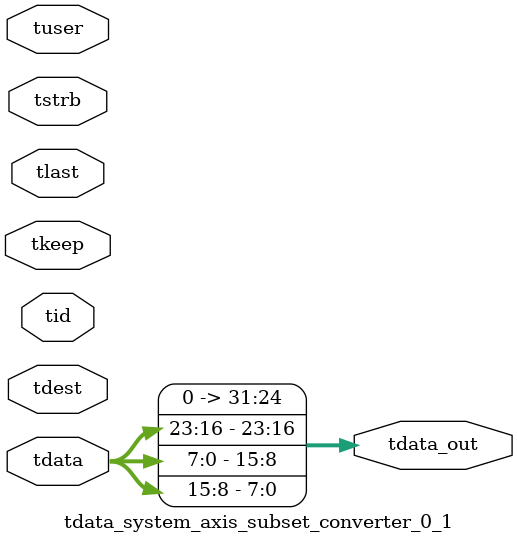
<source format=v>


`timescale 1ps/1ps

module tdata_system_axis_subset_converter_0_1 #
(
parameter C_S_AXIS_TDATA_WIDTH = 32,
parameter C_S_AXIS_TUSER_WIDTH = 0,
parameter C_S_AXIS_TID_WIDTH   = 0,
parameter C_S_AXIS_TDEST_WIDTH = 0,
parameter C_M_AXIS_TDATA_WIDTH = 32
)
(
input  [(C_S_AXIS_TDATA_WIDTH == 0 ? 1 : C_S_AXIS_TDATA_WIDTH)-1:0     ] tdata,
input  [(C_S_AXIS_TUSER_WIDTH == 0 ? 1 : C_S_AXIS_TUSER_WIDTH)-1:0     ] tuser,
input  [(C_S_AXIS_TID_WIDTH   == 0 ? 1 : C_S_AXIS_TID_WIDTH)-1:0       ] tid,
input  [(C_S_AXIS_TDEST_WIDTH == 0 ? 1 : C_S_AXIS_TDEST_WIDTH)-1:0     ] tdest,
input  [(C_S_AXIS_TDATA_WIDTH/8)-1:0 ] tkeep,
input  [(C_S_AXIS_TDATA_WIDTH/8)-1:0 ] tstrb,
input                                                                    tlast,
output [C_M_AXIS_TDATA_WIDTH-1:0] tdata_out
);

assign tdata_out = {tdata[23:16],tdata[7:0],tdata[15:8]};

endmodule


</source>
